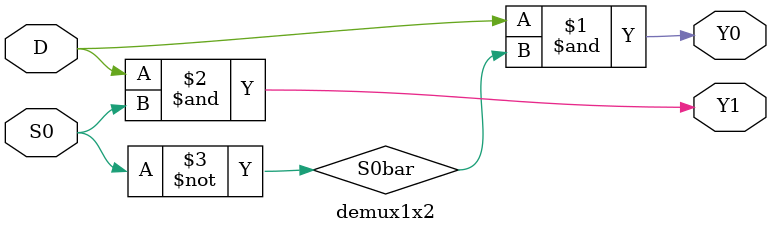
<source format=v>
module demux1x2(Y0,Y1,D,S0);
	output Y0,Y1;
	input D,S0;
	wire S0bar;
	not(S0bar,S0);
	and(Y0,D,S0bar);
	and(Y1,D,S0);
endmodule


</source>
